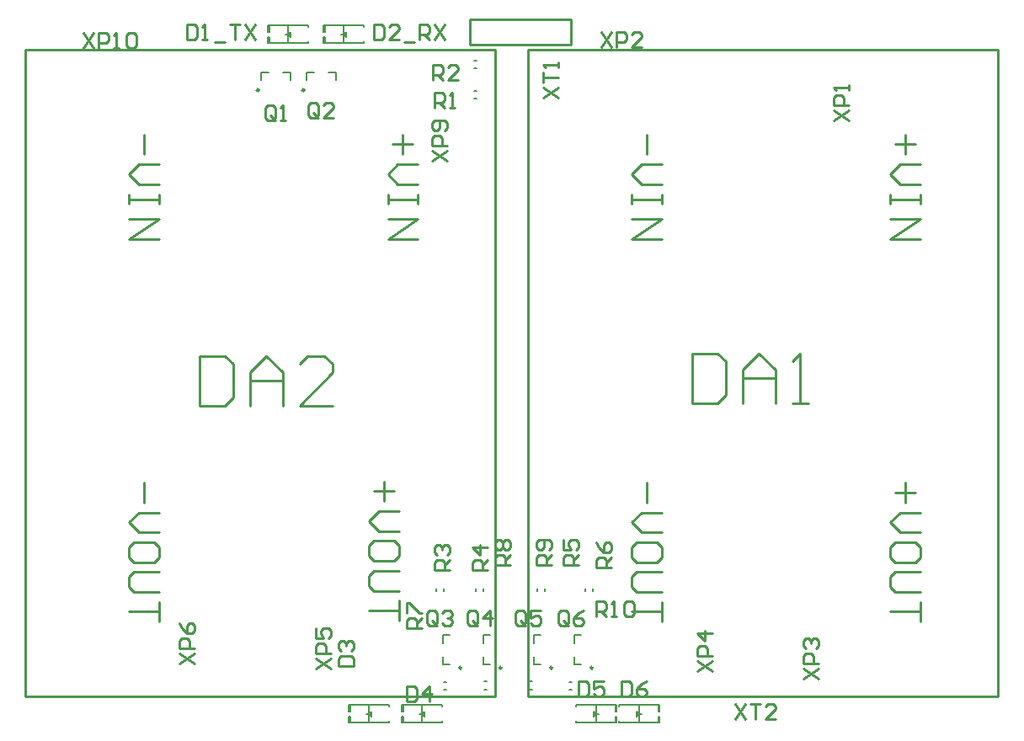
<source format=gto>
G04*
G04 #@! TF.GenerationSoftware,Altium Limited,Altium Designer,19.0.10 (269)*
G04*
G04 Layer_Color=65535*
%FSLAX23Y23*%
%MOIN*%
G70*
G01*
G75*
%ADD10C,0.010*%
%ADD11C,0.010*%
%ADD12C,0.008*%
%ADD13C,0.006*%
D10*
X5745Y2362D02*
G03*
X5745Y2362I-5J0D01*
G01*
X5586D02*
G03*
X5586Y2362I-5J0D01*
G01*
X6106D02*
G03*
X6106Y2362I-5J0D01*
G01*
X5946D02*
G03*
X5946Y2362I-5J0D01*
G01*
X4964Y4649D02*
G03*
X4964Y4649I-5J0D01*
G01*
X4784D02*
G03*
X4784Y4649I-5J0D01*
G01*
D11*
X5620Y4830D02*
Y4930D01*
X6020Y4830D02*
Y4930D01*
X5620D02*
X6020D01*
X5620Y4830D02*
X6020D01*
X5850Y2250D02*
Y4810D01*
Y2250D02*
X7710D01*
Y4810D01*
X5850D02*
X7710D01*
X3860Y2250D02*
Y4810D01*
Y2250D02*
X5720D01*
Y4810D01*
X3860D02*
X5720D01*
X5910Y4620D02*
X5970Y4660D01*
X5910D02*
X5970Y4620D01*
X5910Y4680D02*
Y4720D01*
Y4700D01*
X5970D01*
Y4740D02*
Y4760D01*
Y4750D01*
X5910D01*
X5920Y4740D01*
X6118Y2565D02*
Y2625D01*
X6148D01*
X6158Y2615D01*
Y2595D01*
X6148Y2585D01*
X6118D01*
X6138D02*
X6158Y2565D01*
X6178D02*
X6198D01*
X6188D01*
Y2625D01*
X6178Y2615D01*
X6228D02*
X6238Y2625D01*
X6258D01*
X6268Y2615D01*
Y2575D01*
X6258Y2565D01*
X6238D01*
X6228Y2575D01*
Y2615D01*
X5941Y2770D02*
X5881D01*
Y2800D01*
X5891Y2810D01*
X5911D01*
X5921Y2800D01*
Y2770D01*
Y2790D02*
X5941Y2810D01*
X5931Y2830D02*
X5941Y2840D01*
Y2860D01*
X5931Y2870D01*
X5891D01*
X5881Y2860D01*
Y2840D01*
X5891Y2830D01*
X5901D01*
X5911Y2840D01*
Y2870D01*
X5780Y2770D02*
X5720D01*
Y2800D01*
X5730Y2810D01*
X5750D01*
X5760Y2800D01*
Y2770D01*
Y2790D02*
X5780Y2810D01*
X5730Y2830D02*
X5720Y2840D01*
Y2860D01*
X5730Y2870D01*
X5740D01*
X5750Y2860D01*
X5760Y2870D01*
X5770D01*
X5780Y2860D01*
Y2840D01*
X5770Y2830D01*
X5760D01*
X5750Y2840D01*
X5740Y2830D01*
X5730D01*
X5750Y2840D02*
Y2860D01*
X5430Y2520D02*
X5370D01*
Y2550D01*
X5380Y2560D01*
X5400D01*
X5410Y2550D01*
Y2520D01*
Y2540D02*
X5430Y2560D01*
X5370Y2580D02*
Y2620D01*
X5380D01*
X5420Y2580D01*
X5430D01*
X6670Y2220D02*
X6710Y2160D01*
Y2220D02*
X6670Y2160D01*
X6730Y2220D02*
X6770D01*
X6750D01*
Y2160D01*
X6830D02*
X6790D01*
X6830Y2200D01*
Y2210D01*
X6820Y2220D01*
X6800D01*
X6790Y2210D01*
X5470Y4370D02*
X5530Y4410D01*
X5470D02*
X5530Y4370D01*
Y4430D02*
X5470D01*
Y4460D01*
X5480Y4470D01*
X5500D01*
X5510Y4460D01*
Y4430D01*
X5520Y4490D02*
X5530Y4500D01*
Y4520D01*
X5520Y4530D01*
X5480D01*
X5470Y4520D01*
Y4500D01*
X5480Y4490D01*
X5490D01*
X5500Y4500D01*
Y4530D01*
X5370Y2288D02*
Y2228D01*
X5400D01*
X5410Y2238D01*
Y2278D01*
X5400Y2288D01*
X5370D01*
X5460Y2228D02*
Y2288D01*
X5430Y2258D01*
X5470D01*
X5100Y2370D02*
X5160D01*
Y2400D01*
X5150Y2410D01*
X5110D01*
X5100Y2400D01*
Y2370D01*
X5110Y2430D02*
X5100Y2440D01*
Y2460D01*
X5110Y2470D01*
X5120D01*
X5130Y2460D01*
Y2450D01*
Y2460D01*
X5140Y2470D01*
X5150D01*
X5160Y2460D01*
Y2440D01*
X5150Y2430D01*
X4090Y4877D02*
X4130Y4817D01*
Y4877D02*
X4090Y4817D01*
X4150D02*
Y4877D01*
X4180D01*
X4190Y4867D01*
Y4847D01*
X4180Y4837D01*
X4150D01*
X4210Y4817D02*
X4230D01*
X4220D01*
Y4877D01*
X4210Y4867D01*
X4260D02*
X4270Y4877D01*
X4290D01*
X4300Y4867D01*
Y4827D01*
X4290Y4817D01*
X4270D01*
X4260Y4827D01*
Y4867D01*
X5650Y2540D02*
Y2580D01*
X5640Y2590D01*
X5620D01*
X5610Y2580D01*
Y2540D01*
X5620Y2530D01*
X5640D01*
X5630Y2550D02*
X5650Y2530D01*
X5640D02*
X5650Y2540D01*
X5700Y2530D02*
Y2590D01*
X5670Y2560D01*
X5710D01*
X5490Y2540D02*
Y2580D01*
X5480Y2590D01*
X5460D01*
X5450Y2580D01*
Y2540D01*
X5460Y2530D01*
X5480D01*
X5470Y2550D02*
X5490Y2530D01*
X5480D02*
X5490Y2540D01*
X5510Y2580D02*
X5520Y2590D01*
X5540D01*
X5550Y2580D01*
Y2570D01*
X5540Y2560D01*
X5530D01*
X5540D01*
X5550Y2550D01*
Y2540D01*
X5540Y2530D01*
X5520D01*
X5510Y2540D01*
X6010D02*
Y2580D01*
X6000Y2590D01*
X5980D01*
X5970Y2580D01*
Y2540D01*
X5980Y2530D01*
X6000D01*
X5990Y2550D02*
X6010Y2530D01*
X6000D02*
X6010Y2540D01*
X6070Y2590D02*
X6050Y2580D01*
X6030Y2560D01*
Y2540D01*
X6040Y2530D01*
X6060D01*
X6070Y2540D01*
Y2550D01*
X6060Y2560D01*
X6030D01*
X5840Y2540D02*
Y2580D01*
X5830Y2590D01*
X5810D01*
X5800Y2580D01*
Y2540D01*
X5810Y2530D01*
X5830D01*
X5820Y2550D02*
X5840Y2530D01*
X5830D02*
X5840Y2540D01*
X5900Y2590D02*
X5860D01*
Y2560D01*
X5880Y2570D01*
X5890D01*
X5900Y2560D01*
Y2540D01*
X5890Y2530D01*
X5870D01*
X5860Y2540D01*
X5540Y2750D02*
X5480D01*
Y2780D01*
X5490Y2790D01*
X5510D01*
X5520Y2780D01*
Y2750D01*
Y2770D02*
X5540Y2790D01*
X5490Y2810D02*
X5480Y2820D01*
Y2840D01*
X5490Y2850D01*
X5500D01*
X5510Y2840D01*
Y2830D01*
Y2840D01*
X5520Y2850D01*
X5530D01*
X5540Y2840D01*
Y2820D01*
X5530Y2810D01*
X5690Y2750D02*
X5630D01*
Y2780D01*
X5640Y2790D01*
X5660D01*
X5670Y2780D01*
Y2750D01*
Y2770D02*
X5690Y2790D01*
Y2840D02*
X5630D01*
X5660Y2810D01*
Y2850D01*
X6180Y2760D02*
X6120D01*
Y2790D01*
X6130Y2800D01*
X6150D01*
X6160Y2790D01*
Y2760D01*
Y2780D02*
X6180Y2800D01*
X6120Y2860D02*
X6130Y2840D01*
X6150Y2820D01*
X6170D01*
X6180Y2830D01*
Y2850D01*
X6170Y2860D01*
X6160D01*
X6150Y2850D01*
Y2820D01*
X6050Y2770D02*
X5990D01*
Y2800D01*
X6000Y2810D01*
X6020D01*
X6030Y2800D01*
Y2770D01*
Y2790D02*
X6050Y2810D01*
X5990Y2870D02*
Y2830D01*
X6020D01*
X6010Y2850D01*
Y2860D01*
X6020Y2870D01*
X6040D01*
X6050Y2860D01*
Y2840D01*
X6040Y2830D01*
X5471Y4690D02*
Y4750D01*
X5501D01*
X5511Y4740D01*
Y4720D01*
X5501Y4710D01*
X5471D01*
X5491D02*
X5511Y4690D01*
X5571D02*
X5531D01*
X5571Y4730D01*
Y4740D01*
X5561Y4750D01*
X5541D01*
X5531Y4740D01*
X5480Y4580D02*
Y4640D01*
X5510D01*
X5520Y4630D01*
Y4610D01*
X5510Y4600D01*
X5480D01*
X5500D02*
X5520Y4580D01*
X5540D02*
X5560D01*
X5550D01*
Y4640D01*
X5540Y4630D01*
X5020Y4550D02*
Y4590D01*
X5010Y4600D01*
X4990D01*
X4980Y4590D01*
Y4550D01*
X4990Y4540D01*
X5010D01*
X5000Y4560D02*
X5020Y4540D01*
X5010D02*
X5020Y4550D01*
X5080Y4540D02*
X5040D01*
X5080Y4580D01*
Y4590D01*
X5070Y4600D01*
X5050D01*
X5040Y4590D01*
X4850Y4540D02*
Y4580D01*
X4840Y4590D01*
X4820D01*
X4810Y4580D01*
Y4540D01*
X4820Y4530D01*
X4840D01*
X4830Y4550D02*
X4850Y4530D01*
X4840D02*
X4850Y4540D01*
X4870Y4530D02*
X4890D01*
X4880D01*
Y4590D01*
X4870Y4580D01*
X4500Y4910D02*
Y4850D01*
X4530D01*
X4540Y4860D01*
Y4900D01*
X4530Y4910D01*
X4500D01*
X4560Y4850D02*
X4580D01*
X4570D01*
Y4910D01*
X4560Y4900D01*
X4610Y4840D02*
X4650D01*
X4670Y4910D02*
X4710D01*
X4690D01*
Y4850D01*
X4730Y4910D02*
X4770Y4850D01*
Y4910D02*
X4730Y4850D01*
X5240Y4910D02*
Y4850D01*
X5270D01*
X5280Y4860D01*
Y4900D01*
X5270Y4910D01*
X5240D01*
X5340Y4850D02*
X5300D01*
X5340Y4890D01*
Y4900D01*
X5330Y4910D01*
X5310D01*
X5300Y4900D01*
X5360Y4840D02*
X5400D01*
X5420Y4850D02*
Y4910D01*
X5450D01*
X5460Y4900D01*
Y4880D01*
X5450Y4870D01*
X5420D01*
X5440D02*
X5460Y4850D01*
X5480Y4910D02*
X5520Y4850D01*
Y4910D02*
X5480Y4850D01*
X5010Y2360D02*
X5070Y2400D01*
X5010D02*
X5070Y2360D01*
Y2420D02*
X5010D01*
Y2450D01*
X5020Y2460D01*
X5040D01*
X5050Y2450D01*
Y2420D01*
X5010Y2520D02*
Y2480D01*
X5040D01*
X5030Y2500D01*
Y2510D01*
X5040Y2520D01*
X5060D01*
X5070Y2510D01*
Y2490D01*
X5060Y2480D01*
X4470Y2380D02*
X4530Y2420D01*
X4470D02*
X4530Y2380D01*
Y2440D02*
X4470D01*
Y2470D01*
X4480Y2480D01*
X4500D01*
X4510Y2470D01*
Y2440D01*
X4470Y2540D02*
X4480Y2520D01*
X4500Y2500D01*
X4520D01*
X4530Y2510D01*
Y2530D01*
X4520Y2540D01*
X4510D01*
X4500Y2530D01*
Y2500D01*
X6940Y2320D02*
X7000Y2360D01*
X6940D02*
X7000Y2320D01*
Y2380D02*
X6940D01*
Y2410D01*
X6950Y2420D01*
X6970D01*
X6980Y2410D01*
Y2380D01*
X6950Y2440D02*
X6940Y2450D01*
Y2470D01*
X6950Y2480D01*
X6960D01*
X6970Y2470D01*
Y2460D01*
Y2470D01*
X6980Y2480D01*
X6990D01*
X7000Y2470D01*
Y2450D01*
X6990Y2440D01*
X6520Y2350D02*
X6580Y2390D01*
X6520D02*
X6580Y2350D01*
Y2410D02*
X6520D01*
Y2440D01*
X6530Y2450D01*
X6550D01*
X6560Y2440D01*
Y2410D01*
X6580Y2500D02*
X6520D01*
X6550Y2470D01*
Y2510D01*
X7060Y4530D02*
X7120Y4570D01*
X7060D02*
X7120Y4530D01*
Y4590D02*
X7060D01*
Y4620D01*
X7070Y4630D01*
X7090D01*
X7100Y4620D01*
Y4590D01*
X7120Y4650D02*
Y4670D01*
Y4660D01*
X7060D01*
X7070Y4650D01*
X6140Y4880D02*
X6180Y4820D01*
Y4880D02*
X6140Y4820D01*
X6200D02*
Y4880D01*
X6230D01*
X6240Y4870D01*
Y4850D01*
X6230Y4840D01*
X6200D01*
X6300Y4820D02*
X6260D01*
X6300Y4860D01*
Y4870D01*
X6290Y4880D01*
X6270D01*
X6260Y4870D01*
X6500Y3607D02*
Y3410D01*
X6598D01*
X6631Y3443D01*
Y3574D01*
X6598Y3607D01*
X6500D01*
X6697Y3410D02*
Y3541D01*
X6762Y3607D01*
X6828Y3541D01*
Y3410D01*
Y3508D01*
X6697D01*
X6894Y3410D02*
X6959D01*
X6926D01*
Y3607D01*
X6894Y3574D01*
X6319Y3095D02*
Y3016D01*
X6378Y2977D02*
X6299D01*
X6260Y2938D01*
X6299Y2898D01*
X6378D01*
Y2800D02*
Y2839D01*
X6358Y2859D01*
X6280D01*
X6260Y2839D01*
Y2800D01*
X6280Y2780D01*
X6358D01*
X6378Y2800D01*
Y2741D02*
X6280D01*
X6260Y2721D01*
Y2682D01*
X6280Y2662D01*
X6378D01*
Y2623D02*
Y2544D01*
Y2584D01*
X6260D01*
X6319Y4473D02*
Y4394D01*
X6378Y4355D02*
X6299D01*
X6260Y4316D01*
X6299Y4276D01*
X6378D01*
Y4237D02*
Y4198D01*
Y4217D01*
X6260D01*
Y4237D01*
Y4198D01*
Y4139D02*
X6378D01*
X6260Y4060D01*
X6378D01*
X7343Y4473D02*
Y4394D01*
X7382Y4434D02*
X7303D01*
X7402Y4355D02*
X7323D01*
X7283Y4316D01*
X7323Y4276D01*
X7402D01*
Y4237D02*
Y4198D01*
Y4217D01*
X7283D01*
Y4237D01*
Y4198D01*
Y4139D02*
X7402D01*
X7283Y4060D01*
X7402D01*
X7343Y3095D02*
Y3016D01*
X7382Y3056D02*
X7303D01*
X7402Y2977D02*
X7323D01*
X7283Y2938D01*
X7323Y2898D01*
X7402D01*
Y2800D02*
Y2839D01*
X7382Y2859D01*
X7303D01*
X7283Y2839D01*
Y2800D01*
X7303Y2780D01*
X7382D01*
X7402Y2800D01*
Y2741D02*
X7303D01*
X7283Y2721D01*
Y2682D01*
X7303Y2662D01*
X7402D01*
Y2623D02*
Y2544D01*
Y2584D01*
X7283D01*
X4550Y3597D02*
Y3400D01*
X4648D01*
X4681Y3433D01*
Y3564D01*
X4648Y3597D01*
X4550D01*
X4747Y3400D02*
Y3531D01*
X4812Y3597D01*
X4878Y3531D01*
Y3400D01*
Y3498D01*
X4747D01*
X5075Y3400D02*
X4944D01*
X5075Y3531D01*
Y3564D01*
X5042Y3597D01*
X4976D01*
X4944Y3564D01*
X4329Y3095D02*
Y3016D01*
X4388Y2977D02*
X4309D01*
X4270Y2938D01*
X4309Y2898D01*
X4388D01*
Y2800D02*
Y2839D01*
X4368Y2859D01*
X4290D01*
X4270Y2839D01*
Y2800D01*
X4290Y2780D01*
X4368D01*
X4388Y2800D01*
Y2741D02*
X4290D01*
X4270Y2721D01*
Y2682D01*
X4290Y2662D01*
X4388D01*
Y2623D02*
Y2544D01*
Y2584D01*
X4270D01*
X4329Y4473D02*
Y4394D01*
X4388Y4355D02*
X4309D01*
X4270Y4316D01*
X4309Y4276D01*
X4388D01*
Y4237D02*
Y4198D01*
Y4217D01*
X4270D01*
Y4237D01*
Y4198D01*
Y4139D02*
X4388D01*
X4270Y4060D01*
X4388D01*
X5353Y4473D02*
Y4394D01*
X5392Y4434D02*
X5313D01*
X5412Y4355D02*
X5333D01*
X5294Y4316D01*
X5333Y4276D01*
X5412D01*
Y4237D02*
Y4198D01*
Y4217D01*
X5294D01*
Y4237D01*
Y4198D01*
Y4139D02*
X5412D01*
X5294Y4060D01*
X5412D01*
X5279Y3100D02*
Y3021D01*
X5318Y3061D02*
X5240D01*
X5338Y2982D02*
X5259D01*
X5220Y2943D01*
X5259Y2903D01*
X5338D01*
Y2805D02*
Y2844D01*
X5318Y2864D01*
X5240D01*
X5220Y2844D01*
Y2805D01*
X5240Y2785D01*
X5318D01*
X5338Y2805D01*
Y2746D02*
X5240D01*
X5220Y2726D01*
Y2687D01*
X5240Y2667D01*
X5338D01*
Y2628D02*
Y2549D01*
Y2588D01*
X5220D01*
X6217Y2308D02*
Y2248D01*
X6247D01*
X6257Y2258D01*
Y2298D01*
X6247Y2308D01*
X6217D01*
X6317D02*
X6297Y2298D01*
X6277Y2278D01*
Y2258D01*
X6287Y2248D01*
X6307D01*
X6317Y2258D01*
Y2268D01*
X6307Y2278D01*
X6277D01*
X6047Y2308D02*
Y2248D01*
X6077D01*
X6087Y2258D01*
Y2298D01*
X6077Y2308D01*
X6047D01*
X6147D02*
X6107D01*
Y2278D01*
X6127Y2288D01*
X6137D01*
X6147Y2278D01*
Y2258D01*
X6137Y2248D01*
X6117D01*
X6107Y2258D01*
D12*
X6013Y2306D02*
X6023D01*
X6013Y2274D02*
X6023D01*
X5855Y2308D02*
X5865D01*
X5855Y2276D02*
X5865D01*
X5675D02*
X5685D01*
X5675Y2308D02*
X5685D01*
X5515Y2274D02*
X5525D01*
X5515Y2306D02*
X5525D01*
X5671Y2460D02*
Y2492D01*
X5699D01*
X5671Y2374D02*
Y2405D01*
Y2374D02*
X5699D01*
X5512Y2460D02*
Y2492D01*
X5540D01*
X5512Y2374D02*
Y2405D01*
Y2374D02*
X5540D01*
X6032Y2460D02*
Y2492D01*
X6060D01*
X6032Y2374D02*
Y2405D01*
Y2374D02*
X6060D01*
X5872Y2460D02*
Y2492D01*
X5900D01*
X5872Y2374D02*
Y2405D01*
Y2374D02*
X5900D01*
X5516Y2665D02*
Y2675D01*
X5484Y2665D02*
Y2675D01*
X5673Y2665D02*
Y2675D01*
X5641Y2665D02*
Y2675D01*
X6106Y2665D02*
Y2675D01*
X6074Y2665D02*
Y2675D01*
X5916Y2665D02*
Y2675D01*
X5884Y2665D02*
Y2675D01*
X5635Y4734D02*
X5645D01*
X5635Y4766D02*
X5645D01*
X5635Y4614D02*
X5645D01*
X5635Y4646D02*
X5645D01*
X5058Y4718D02*
X5089D01*
Y4690D02*
Y4718D01*
X4971D02*
X5002D01*
X4971Y4690D02*
Y4718D01*
X4878D02*
X4909D01*
Y4690D02*
Y4718D01*
X4791D02*
X4822D01*
X4791Y4690D02*
Y4718D01*
D13*
X5430Y2180D02*
X5440Y2190D01*
X5430Y2180D02*
X5440Y2170D01*
Y2190D01*
X5420Y2180D02*
X5430D01*
Y2145D02*
Y2215D01*
X5355Y2190D02*
Y2215D01*
X5510D01*
Y2208D02*
Y2215D01*
X5355Y2145D02*
Y2170D01*
Y2145D02*
X5510D01*
Y2152D01*
X5350Y2190D02*
X5355D01*
X5350D02*
Y2215D01*
X5355D01*
X5350Y2145D02*
X5355D01*
X5350D02*
Y2170D01*
X5355D01*
X5220Y2180D02*
X5230Y2190D01*
X5220Y2180D02*
X5230Y2170D01*
Y2190D01*
X5210Y2180D02*
X5220D01*
Y2145D02*
Y2215D01*
X5145Y2190D02*
Y2215D01*
X5300D01*
Y2208D02*
Y2215D01*
X5145Y2145D02*
Y2170D01*
Y2145D02*
X5300D01*
Y2152D01*
X5140Y2190D02*
X5145D01*
X5140D02*
Y2215D01*
X5145D01*
X5140Y2145D02*
X5145D01*
X5140D02*
Y2170D01*
X5145D01*
X4900Y4870D02*
X4910Y4880D01*
X4900Y4870D02*
X4910Y4860D01*
Y4880D01*
X4890Y4870D02*
X4900D01*
Y4835D02*
Y4905D01*
X4825Y4880D02*
Y4905D01*
X4980D01*
Y4898D02*
Y4905D01*
X4825Y4835D02*
Y4860D01*
Y4835D02*
X4980D01*
Y4842D01*
X4820Y4880D02*
X4825D01*
X4820D02*
Y4905D01*
X4825D01*
X4820Y4835D02*
X4825D01*
X4820D02*
Y4860D01*
X4825D01*
X5120Y4870D02*
X5130Y4880D01*
X5120Y4870D02*
X5130Y4860D01*
Y4880D01*
X5110Y4870D02*
X5120D01*
Y4835D02*
Y4905D01*
X5045Y4880D02*
Y4905D01*
X5200D01*
Y4898D02*
Y4905D01*
X5045Y4835D02*
Y4860D01*
Y4835D02*
X5200D01*
Y4842D01*
X5040Y4880D02*
X5045D01*
X5040D02*
Y4905D01*
X5045D01*
X5040Y4835D02*
X5045D01*
X5040D02*
Y4860D01*
X5045D01*
X6280Y2170D02*
X6290Y2180D01*
X6280Y2190D02*
X6290Y2180D01*
X6280Y2170D02*
Y2190D01*
X6290Y2180D02*
X6300D01*
X6290Y2145D02*
Y2215D01*
X6365Y2145D02*
Y2170D01*
X6210Y2145D02*
X6365D01*
X6210D02*
Y2152D01*
X6365Y2190D02*
Y2215D01*
X6210D02*
X6365D01*
X6210Y2208D02*
Y2215D01*
X6365Y2170D02*
X6370D01*
Y2145D02*
Y2170D01*
X6365Y2145D02*
X6370D01*
X6365Y2215D02*
X6370D01*
Y2190D02*
Y2215D01*
X6365Y2190D02*
X6370D01*
X6110Y2170D02*
X6120Y2180D01*
X6110Y2190D02*
X6120Y2180D01*
X6110Y2170D02*
Y2190D01*
X6120Y2180D02*
X6130D01*
X6120Y2145D02*
Y2215D01*
X6195Y2145D02*
Y2170D01*
X6040Y2145D02*
X6195D01*
X6040D02*
Y2152D01*
X6195Y2190D02*
Y2215D01*
X6040D02*
X6195D01*
X6040Y2208D02*
Y2215D01*
X6195Y2170D02*
X6200D01*
Y2145D02*
Y2170D01*
X6195Y2145D02*
X6200D01*
X6195Y2215D02*
X6200D01*
Y2190D02*
Y2215D01*
X6195Y2190D02*
X6200D01*
M02*

</source>
